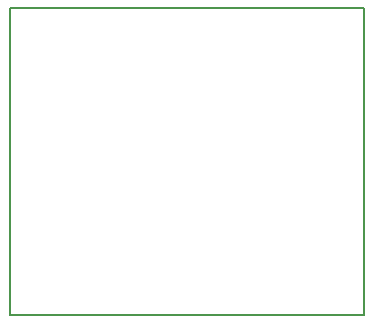
<source format=gko>
G04 #@! TF.FileFunction,Profile,NP*
%FSLAX46Y46*%
G04 Gerber Fmt 4.6, Leading zero omitted, Abs format (unit mm)*
G04 Created by KiCad (PCBNEW 4.0.4-1.fc24-product) date Thu Mar  1 10:42:45 2018*
%MOMM*%
%LPD*%
G01*
G04 APERTURE LIST*
%ADD10C,0.100000*%
%ADD11C,0.150000*%
G04 APERTURE END LIST*
D10*
D11*
X206000000Y-96000000D02*
X206000000Y-70000000D01*
X176000000Y-96000000D02*
X206000000Y-96000000D01*
X176000000Y-70000000D02*
X176000000Y-96000000D01*
X206000000Y-70000000D02*
X176000000Y-70000000D01*
M02*

</source>
